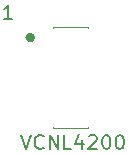
<source format=gbr>
%TF.GenerationSoftware,KiCad,Pcbnew,(5.1.10)-1*%
%TF.CreationDate,2021-11-22T19:14:46+01:00*%
%TF.ProjectId,Adapter-VCNL4200,41646170-7465-4722-9d56-434e4c343230,rev?*%
%TF.SameCoordinates,Original*%
%TF.FileFunction,Legend,Top*%
%TF.FilePolarity,Positive*%
%FSLAX46Y46*%
G04 Gerber Fmt 4.6, Leading zero omitted, Abs format (unit mm)*
G04 Created by KiCad (PCBNEW (5.1.10)-1) date 2021-11-22 19:14:46*
%MOMM*%
%LPD*%
G01*
G04 APERTURE LIST*
%ADD10C,0.200000*%
%ADD11C,0.400000*%
%ADD12C,0.120000*%
G04 APERTURE END LIST*
D10*
X152100000Y-136842857D02*
X152500000Y-138042857D01*
X152900000Y-136842857D01*
X153985714Y-137928571D02*
X153928571Y-137985714D01*
X153757142Y-138042857D01*
X153642857Y-138042857D01*
X153471428Y-137985714D01*
X153357142Y-137871428D01*
X153300000Y-137757142D01*
X153242857Y-137528571D01*
X153242857Y-137357142D01*
X153300000Y-137128571D01*
X153357142Y-137014285D01*
X153471428Y-136900000D01*
X153642857Y-136842857D01*
X153757142Y-136842857D01*
X153928571Y-136900000D01*
X153985714Y-136957142D01*
X154500000Y-138042857D02*
X154500000Y-136842857D01*
X155185714Y-138042857D01*
X155185714Y-136842857D01*
X156328571Y-138042857D02*
X155757142Y-138042857D01*
X155757142Y-136842857D01*
X157242857Y-137242857D02*
X157242857Y-138042857D01*
X156957142Y-136785714D02*
X156671428Y-137642857D01*
X157414285Y-137642857D01*
X157814285Y-136957142D02*
X157871428Y-136900000D01*
X157985714Y-136842857D01*
X158271428Y-136842857D01*
X158385714Y-136900000D01*
X158442857Y-136957142D01*
X158500000Y-137071428D01*
X158500000Y-137185714D01*
X158442857Y-137357142D01*
X157757142Y-138042857D01*
X158500000Y-138042857D01*
X159242857Y-136842857D02*
X159357142Y-136842857D01*
X159471428Y-136900000D01*
X159528571Y-136957142D01*
X159585714Y-137071428D01*
X159642857Y-137300000D01*
X159642857Y-137585714D01*
X159585714Y-137814285D01*
X159528571Y-137928571D01*
X159471428Y-137985714D01*
X159357142Y-138042857D01*
X159242857Y-138042857D01*
X159128571Y-137985714D01*
X159071428Y-137928571D01*
X159014285Y-137814285D01*
X158957142Y-137585714D01*
X158957142Y-137300000D01*
X159014285Y-137071428D01*
X159071428Y-136957142D01*
X159128571Y-136900000D01*
X159242857Y-136842857D01*
X160385714Y-136842857D02*
X160500000Y-136842857D01*
X160614285Y-136900000D01*
X160671428Y-136957142D01*
X160728571Y-137071428D01*
X160785714Y-137300000D01*
X160785714Y-137585714D01*
X160728571Y-137814285D01*
X160671428Y-137928571D01*
X160614285Y-137985714D01*
X160500000Y-138042857D01*
X160385714Y-138042857D01*
X160271428Y-137985714D01*
X160214285Y-137928571D01*
X160157142Y-137814285D01*
X160100000Y-137585714D01*
X160100000Y-137300000D01*
X160157142Y-137071428D01*
X160214285Y-136957142D01*
X160271428Y-136900000D01*
X160385714Y-136842857D01*
X151342857Y-127042857D02*
X150657142Y-127042857D01*
X151000000Y-127042857D02*
X151000000Y-125842857D01*
X150885714Y-126014285D01*
X150771428Y-126128571D01*
X150657142Y-126185714D01*
D11*
%TO.C,U1*%
X153050000Y-128600000D02*
G75*
G03*
X153050000Y-128600000I-200000J0D01*
G01*
D12*
X157750000Y-127700000D02*
X157750000Y-127800000D01*
X154750000Y-127700000D02*
X157750000Y-127700000D01*
X154750000Y-127800000D02*
X154750000Y-127700000D01*
X157750000Y-136250000D02*
X157750000Y-136200000D01*
X154750000Y-136250000D02*
X157750000Y-136250000D01*
X154750000Y-136200000D02*
X154750000Y-136250000D01*
%TD*%
M02*

</source>
